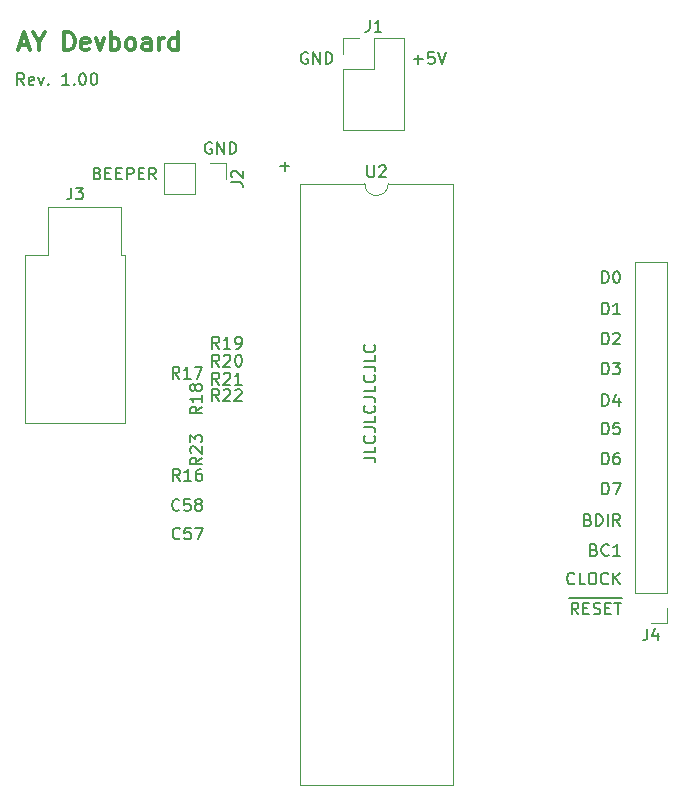
<source format=gbr>
%TF.GenerationSoftware,KiCad,Pcbnew,(5.1.6)-1*%
%TF.CreationDate,2020-09-22T21:50:49+03:00*%
%TF.ProjectId,AY devboard,41592064-6576-4626-9f61-72642e6b6963,rev?*%
%TF.SameCoordinates,Original*%
%TF.FileFunction,Legend,Top*%
%TF.FilePolarity,Positive*%
%FSLAX46Y46*%
G04 Gerber Fmt 4.6, Leading zero omitted, Abs format (unit mm)*
G04 Created by KiCad (PCBNEW (5.1.6)-1) date 2020-09-22 21:50:49*
%MOMM*%
%LPD*%
G01*
G04 APERTURE LIST*
%ADD10C,0.150000*%
%ADD11C,0.300000*%
%ADD12C,0.120000*%
G04 APERTURE END LIST*
D10*
X117397280Y-87397647D02*
X118111566Y-87397647D01*
X118254423Y-87445266D01*
X118349661Y-87540504D01*
X118397280Y-87683361D01*
X118397280Y-87778600D01*
X118397280Y-86445266D02*
X118397280Y-86921457D01*
X117397280Y-86921457D01*
X118302042Y-85540504D02*
X118349661Y-85588123D01*
X118397280Y-85730980D01*
X118397280Y-85826219D01*
X118349661Y-85969076D01*
X118254423Y-86064314D01*
X118159185Y-86111933D01*
X117968709Y-86159552D01*
X117825852Y-86159552D01*
X117635376Y-86111933D01*
X117540138Y-86064314D01*
X117444900Y-85969076D01*
X117397280Y-85826219D01*
X117397280Y-85730980D01*
X117444900Y-85588123D01*
X117492519Y-85540504D01*
X117397280Y-84826219D02*
X118111566Y-84826219D01*
X118254423Y-84873838D01*
X118349661Y-84969076D01*
X118397280Y-85111933D01*
X118397280Y-85207171D01*
X118397280Y-83873838D02*
X118397280Y-84350028D01*
X117397280Y-84350028D01*
X118302042Y-82969076D02*
X118349661Y-83016695D01*
X118397280Y-83159552D01*
X118397280Y-83254790D01*
X118349661Y-83397647D01*
X118254423Y-83492885D01*
X118159185Y-83540504D01*
X117968709Y-83588123D01*
X117825852Y-83588123D01*
X117635376Y-83540504D01*
X117540138Y-83492885D01*
X117444900Y-83397647D01*
X117397280Y-83254790D01*
X117397280Y-83159552D01*
X117444900Y-83016695D01*
X117492519Y-82969076D01*
X117397280Y-82254790D02*
X118111566Y-82254790D01*
X118254423Y-82302409D01*
X118349661Y-82397647D01*
X118397280Y-82540504D01*
X118397280Y-82635742D01*
X118397280Y-81302409D02*
X118397280Y-81778600D01*
X117397280Y-81778600D01*
X118302042Y-80397647D02*
X118349661Y-80445266D01*
X118397280Y-80588123D01*
X118397280Y-80683361D01*
X118349661Y-80826219D01*
X118254423Y-80921457D01*
X118159185Y-80969076D01*
X117968709Y-81016695D01*
X117825852Y-81016695D01*
X117635376Y-80969076D01*
X117540138Y-80921457D01*
X117444900Y-80826219D01*
X117397280Y-80683361D01*
X117397280Y-80588123D01*
X117444900Y-80445266D01*
X117492519Y-80397647D01*
X117397280Y-79683361D02*
X118111566Y-79683361D01*
X118254423Y-79730980D01*
X118349661Y-79826219D01*
X118397280Y-79969076D01*
X118397280Y-80064314D01*
X118397280Y-78730980D02*
X118397280Y-79207171D01*
X117397280Y-79207171D01*
X118302042Y-77826219D02*
X118349661Y-77873838D01*
X118397280Y-78016695D01*
X118397280Y-78111933D01*
X118349661Y-78254790D01*
X118254423Y-78350028D01*
X118159185Y-78397647D01*
X117968709Y-78445266D01*
X117825852Y-78445266D01*
X117635376Y-78397647D01*
X117540138Y-78350028D01*
X117444900Y-78254790D01*
X117397280Y-78111933D01*
X117397280Y-78016695D01*
X117444900Y-77873838D01*
X117492519Y-77826219D01*
X110350347Y-62733228D02*
X111112252Y-62733228D01*
X110731300Y-63114180D02*
X110731300Y-62352276D01*
X88654285Y-55824380D02*
X88320952Y-55348190D01*
X88082857Y-55824380D02*
X88082857Y-54824380D01*
X88463809Y-54824380D01*
X88559047Y-54872000D01*
X88606666Y-54919619D01*
X88654285Y-55014857D01*
X88654285Y-55157714D01*
X88606666Y-55252952D01*
X88559047Y-55300571D01*
X88463809Y-55348190D01*
X88082857Y-55348190D01*
X89463809Y-55776761D02*
X89368571Y-55824380D01*
X89178095Y-55824380D01*
X89082857Y-55776761D01*
X89035238Y-55681523D01*
X89035238Y-55300571D01*
X89082857Y-55205333D01*
X89178095Y-55157714D01*
X89368571Y-55157714D01*
X89463809Y-55205333D01*
X89511428Y-55300571D01*
X89511428Y-55395809D01*
X89035238Y-55491047D01*
X89844761Y-55157714D02*
X90082857Y-55824380D01*
X90320952Y-55157714D01*
X90701904Y-55729142D02*
X90749523Y-55776761D01*
X90701904Y-55824380D01*
X90654285Y-55776761D01*
X90701904Y-55729142D01*
X90701904Y-55824380D01*
X92463809Y-55824380D02*
X91892380Y-55824380D01*
X92178095Y-55824380D02*
X92178095Y-54824380D01*
X92082857Y-54967238D01*
X91987619Y-55062476D01*
X91892380Y-55110095D01*
X92892380Y-55729142D02*
X92940000Y-55776761D01*
X92892380Y-55824380D01*
X92844761Y-55776761D01*
X92892380Y-55729142D01*
X92892380Y-55824380D01*
X93559047Y-54824380D02*
X93654285Y-54824380D01*
X93749523Y-54872000D01*
X93797142Y-54919619D01*
X93844761Y-55014857D01*
X93892380Y-55205333D01*
X93892380Y-55443428D01*
X93844761Y-55633904D01*
X93797142Y-55729142D01*
X93749523Y-55776761D01*
X93654285Y-55824380D01*
X93559047Y-55824380D01*
X93463809Y-55776761D01*
X93416190Y-55729142D01*
X93368571Y-55633904D01*
X93320952Y-55443428D01*
X93320952Y-55205333D01*
X93368571Y-55014857D01*
X93416190Y-54919619D01*
X93463809Y-54872000D01*
X93559047Y-54824380D01*
X94511428Y-54824380D02*
X94606666Y-54824380D01*
X94701904Y-54872000D01*
X94749523Y-54919619D01*
X94797142Y-55014857D01*
X94844761Y-55205333D01*
X94844761Y-55443428D01*
X94797142Y-55633904D01*
X94749523Y-55729142D01*
X94701904Y-55776761D01*
X94606666Y-55824380D01*
X94511428Y-55824380D01*
X94416190Y-55776761D01*
X94368571Y-55729142D01*
X94320952Y-55633904D01*
X94273333Y-55443428D01*
X94273333Y-55205333D01*
X94320952Y-55014857D01*
X94368571Y-54919619D01*
X94416190Y-54872000D01*
X94511428Y-54824380D01*
D11*
X88281714Y-52447000D02*
X88996000Y-52447000D01*
X88138857Y-52875571D02*
X88638857Y-51375571D01*
X89138857Y-52875571D01*
X89924571Y-52161285D02*
X89924571Y-52875571D01*
X89424571Y-51375571D02*
X89924571Y-52161285D01*
X90424571Y-51375571D01*
X92067428Y-52875571D02*
X92067428Y-51375571D01*
X92424571Y-51375571D01*
X92638857Y-51447000D01*
X92781714Y-51589857D01*
X92853142Y-51732714D01*
X92924571Y-52018428D01*
X92924571Y-52232714D01*
X92853142Y-52518428D01*
X92781714Y-52661285D01*
X92638857Y-52804142D01*
X92424571Y-52875571D01*
X92067428Y-52875571D01*
X94138857Y-52804142D02*
X93996000Y-52875571D01*
X93710285Y-52875571D01*
X93567428Y-52804142D01*
X93496000Y-52661285D01*
X93496000Y-52089857D01*
X93567428Y-51947000D01*
X93710285Y-51875571D01*
X93996000Y-51875571D01*
X94138857Y-51947000D01*
X94210285Y-52089857D01*
X94210285Y-52232714D01*
X93496000Y-52375571D01*
X94710285Y-51875571D02*
X95067428Y-52875571D01*
X95424571Y-51875571D01*
X95996000Y-52875571D02*
X95996000Y-51375571D01*
X95996000Y-51947000D02*
X96138857Y-51875571D01*
X96424571Y-51875571D01*
X96567428Y-51947000D01*
X96638857Y-52018428D01*
X96710285Y-52161285D01*
X96710285Y-52589857D01*
X96638857Y-52732714D01*
X96567428Y-52804142D01*
X96424571Y-52875571D01*
X96138857Y-52875571D01*
X95996000Y-52804142D01*
X97567428Y-52875571D02*
X97424571Y-52804142D01*
X97353142Y-52732714D01*
X97281714Y-52589857D01*
X97281714Y-52161285D01*
X97353142Y-52018428D01*
X97424571Y-51947000D01*
X97567428Y-51875571D01*
X97781714Y-51875571D01*
X97924571Y-51947000D01*
X97996000Y-52018428D01*
X98067428Y-52161285D01*
X98067428Y-52589857D01*
X97996000Y-52732714D01*
X97924571Y-52804142D01*
X97781714Y-52875571D01*
X97567428Y-52875571D01*
X99353142Y-52875571D02*
X99353142Y-52089857D01*
X99281714Y-51947000D01*
X99138857Y-51875571D01*
X98853142Y-51875571D01*
X98710285Y-51947000D01*
X99353142Y-52804142D02*
X99210285Y-52875571D01*
X98853142Y-52875571D01*
X98710285Y-52804142D01*
X98638857Y-52661285D01*
X98638857Y-52518428D01*
X98710285Y-52375571D01*
X98853142Y-52304142D01*
X99210285Y-52304142D01*
X99353142Y-52232714D01*
X100067428Y-52875571D02*
X100067428Y-51875571D01*
X100067428Y-52161285D02*
X100138857Y-52018428D01*
X100210285Y-51947000D01*
X100353142Y-51875571D01*
X100496000Y-51875571D01*
X101638857Y-52875571D02*
X101638857Y-51375571D01*
X101638857Y-52804142D02*
X101496000Y-52875571D01*
X101210285Y-52875571D01*
X101067428Y-52804142D01*
X100996000Y-52732714D01*
X100924571Y-52589857D01*
X100924571Y-52161285D01*
X100996000Y-52018428D01*
X101067428Y-51947000D01*
X101210285Y-51875571D01*
X101496000Y-51875571D01*
X101638857Y-51947000D01*
D10*
X104521095Y-60714000D02*
X104425857Y-60666380D01*
X104283000Y-60666380D01*
X104140142Y-60714000D01*
X104044904Y-60809238D01*
X103997285Y-60904476D01*
X103949666Y-61094952D01*
X103949666Y-61237809D01*
X103997285Y-61428285D01*
X104044904Y-61523523D01*
X104140142Y-61618761D01*
X104283000Y-61666380D01*
X104378238Y-61666380D01*
X104521095Y-61618761D01*
X104568714Y-61571142D01*
X104568714Y-61237809D01*
X104378238Y-61237809D01*
X104997285Y-61666380D02*
X104997285Y-60666380D01*
X105568714Y-61666380D01*
X105568714Y-60666380D01*
X106044904Y-61666380D02*
X106044904Y-60666380D01*
X106283000Y-60666380D01*
X106425857Y-60714000D01*
X106521095Y-60809238D01*
X106568714Y-60904476D01*
X106616333Y-61094952D01*
X106616333Y-61237809D01*
X106568714Y-61428285D01*
X106521095Y-61523523D01*
X106425857Y-61618761D01*
X106283000Y-61666380D01*
X106044904Y-61666380D01*
X94869285Y-63301571D02*
X95012142Y-63349190D01*
X95059761Y-63396809D01*
X95107380Y-63492047D01*
X95107380Y-63634904D01*
X95059761Y-63730142D01*
X95012142Y-63777761D01*
X94916904Y-63825380D01*
X94535952Y-63825380D01*
X94535952Y-62825380D01*
X94869285Y-62825380D01*
X94964523Y-62873000D01*
X95012142Y-62920619D01*
X95059761Y-63015857D01*
X95059761Y-63111095D01*
X95012142Y-63206333D01*
X94964523Y-63253952D01*
X94869285Y-63301571D01*
X94535952Y-63301571D01*
X95535952Y-63301571D02*
X95869285Y-63301571D01*
X96012142Y-63825380D02*
X95535952Y-63825380D01*
X95535952Y-62825380D01*
X96012142Y-62825380D01*
X96440714Y-63301571D02*
X96774047Y-63301571D01*
X96916904Y-63825380D02*
X96440714Y-63825380D01*
X96440714Y-62825380D01*
X96916904Y-62825380D01*
X97345476Y-63825380D02*
X97345476Y-62825380D01*
X97726428Y-62825380D01*
X97821666Y-62873000D01*
X97869285Y-62920619D01*
X97916904Y-63015857D01*
X97916904Y-63158714D01*
X97869285Y-63253952D01*
X97821666Y-63301571D01*
X97726428Y-63349190D01*
X97345476Y-63349190D01*
X98345476Y-63301571D02*
X98678809Y-63301571D01*
X98821666Y-63825380D02*
X98345476Y-63825380D01*
X98345476Y-62825380D01*
X98821666Y-62825380D01*
X99821666Y-63825380D02*
X99488333Y-63349190D01*
X99250238Y-63825380D02*
X99250238Y-62825380D01*
X99631190Y-62825380D01*
X99726428Y-62873000D01*
X99774047Y-62920619D01*
X99821666Y-63015857D01*
X99821666Y-63158714D01*
X99774047Y-63253952D01*
X99726428Y-63301571D01*
X99631190Y-63349190D01*
X99250238Y-63349190D01*
X112649095Y-53094000D02*
X112553857Y-53046380D01*
X112411000Y-53046380D01*
X112268142Y-53094000D01*
X112172904Y-53189238D01*
X112125285Y-53284476D01*
X112077666Y-53474952D01*
X112077666Y-53617809D01*
X112125285Y-53808285D01*
X112172904Y-53903523D01*
X112268142Y-53998761D01*
X112411000Y-54046380D01*
X112506238Y-54046380D01*
X112649095Y-53998761D01*
X112696714Y-53951142D01*
X112696714Y-53617809D01*
X112506238Y-53617809D01*
X113125285Y-54046380D02*
X113125285Y-53046380D01*
X113696714Y-54046380D01*
X113696714Y-53046380D01*
X114172904Y-54046380D02*
X114172904Y-53046380D01*
X114411000Y-53046380D01*
X114553857Y-53094000D01*
X114649095Y-53189238D01*
X114696714Y-53284476D01*
X114744333Y-53474952D01*
X114744333Y-53617809D01*
X114696714Y-53808285D01*
X114649095Y-53903523D01*
X114553857Y-53998761D01*
X114411000Y-54046380D01*
X114172904Y-54046380D01*
X121650285Y-53665428D02*
X122412190Y-53665428D01*
X122031238Y-54046380D02*
X122031238Y-53284476D01*
X123364571Y-53046380D02*
X122888380Y-53046380D01*
X122840761Y-53522571D01*
X122888380Y-53474952D01*
X122983619Y-53427333D01*
X123221714Y-53427333D01*
X123316952Y-53474952D01*
X123364571Y-53522571D01*
X123412190Y-53617809D01*
X123412190Y-53855904D01*
X123364571Y-53951142D01*
X123316952Y-53998761D01*
X123221714Y-54046380D01*
X122983619Y-54046380D01*
X122888380Y-53998761D01*
X122840761Y-53951142D01*
X123697904Y-53046380D02*
X124031238Y-54046380D01*
X124364571Y-53046380D01*
X134771095Y-99288000D02*
X135771095Y-99288000D01*
X135580619Y-100655380D02*
X135247285Y-100179190D01*
X135009190Y-100655380D02*
X135009190Y-99655380D01*
X135390142Y-99655380D01*
X135485380Y-99703000D01*
X135533000Y-99750619D01*
X135580619Y-99845857D01*
X135580619Y-99988714D01*
X135533000Y-100083952D01*
X135485380Y-100131571D01*
X135390142Y-100179190D01*
X135009190Y-100179190D01*
X135771095Y-99288000D02*
X136675857Y-99288000D01*
X136009190Y-100131571D02*
X136342523Y-100131571D01*
X136485380Y-100655380D02*
X136009190Y-100655380D01*
X136009190Y-99655380D01*
X136485380Y-99655380D01*
X136675857Y-99288000D02*
X137628238Y-99288000D01*
X136866333Y-100607761D02*
X137009190Y-100655380D01*
X137247285Y-100655380D01*
X137342523Y-100607761D01*
X137390142Y-100560142D01*
X137437761Y-100464904D01*
X137437761Y-100369666D01*
X137390142Y-100274428D01*
X137342523Y-100226809D01*
X137247285Y-100179190D01*
X137056809Y-100131571D01*
X136961571Y-100083952D01*
X136913952Y-100036333D01*
X136866333Y-99941095D01*
X136866333Y-99845857D01*
X136913952Y-99750619D01*
X136961571Y-99703000D01*
X137056809Y-99655380D01*
X137294904Y-99655380D01*
X137437761Y-99703000D01*
X137628238Y-99288000D02*
X138533000Y-99288000D01*
X137866333Y-100131571D02*
X138199666Y-100131571D01*
X138342523Y-100655380D02*
X137866333Y-100655380D01*
X137866333Y-99655380D01*
X138342523Y-99655380D01*
X138533000Y-99288000D02*
X139294904Y-99288000D01*
X138628238Y-99655380D02*
X139199666Y-99655380D01*
X138913952Y-100655380D02*
X138913952Y-99655380D01*
X135247285Y-98020142D02*
X135199666Y-98067761D01*
X135056809Y-98115380D01*
X134961571Y-98115380D01*
X134818713Y-98067761D01*
X134723475Y-97972523D01*
X134675856Y-97877285D01*
X134628237Y-97686809D01*
X134628237Y-97543952D01*
X134675856Y-97353476D01*
X134723475Y-97258238D01*
X134818713Y-97163000D01*
X134961571Y-97115380D01*
X135056809Y-97115380D01*
X135199666Y-97163000D01*
X135247285Y-97210619D01*
X136152047Y-98115380D02*
X135675856Y-98115380D01*
X135675856Y-97115380D01*
X136675856Y-97115380D02*
X136866333Y-97115380D01*
X136961571Y-97163000D01*
X137056809Y-97258238D01*
X137104428Y-97448714D01*
X137104428Y-97782047D01*
X137056809Y-97972523D01*
X136961571Y-98067761D01*
X136866333Y-98115380D01*
X136675856Y-98115380D01*
X136580618Y-98067761D01*
X136485380Y-97972523D01*
X136437761Y-97782047D01*
X136437761Y-97448714D01*
X136485380Y-97258238D01*
X136580618Y-97163000D01*
X136675856Y-97115380D01*
X138104428Y-98020142D02*
X138056809Y-98067761D01*
X137913952Y-98115380D01*
X137818713Y-98115380D01*
X137675856Y-98067761D01*
X137580618Y-97972523D01*
X137532999Y-97877285D01*
X137485380Y-97686809D01*
X137485380Y-97543952D01*
X137532999Y-97353476D01*
X137580618Y-97258238D01*
X137675856Y-97163000D01*
X137818713Y-97115380D01*
X137913952Y-97115380D01*
X138056809Y-97163000D01*
X138104428Y-97210619D01*
X138532999Y-98115380D02*
X138532999Y-97115380D01*
X139104428Y-98115380D02*
X138675856Y-97543952D01*
X139104428Y-97115380D02*
X138532999Y-97686809D01*
X136913952Y-95178571D02*
X137056809Y-95226190D01*
X137104428Y-95273809D01*
X137152047Y-95369047D01*
X137152047Y-95511904D01*
X137104428Y-95607142D01*
X137056809Y-95654761D01*
X136961571Y-95702380D01*
X136580618Y-95702380D01*
X136580618Y-94702380D01*
X136913952Y-94702380D01*
X137009190Y-94750000D01*
X137056809Y-94797619D01*
X137104428Y-94892857D01*
X137104428Y-94988095D01*
X137056809Y-95083333D01*
X137009190Y-95130952D01*
X136913952Y-95178571D01*
X136580618Y-95178571D01*
X138152047Y-95607142D02*
X138104428Y-95654761D01*
X137961571Y-95702380D01*
X137866333Y-95702380D01*
X137723475Y-95654761D01*
X137628237Y-95559523D01*
X137580618Y-95464285D01*
X137532999Y-95273809D01*
X137532999Y-95130952D01*
X137580618Y-94940476D01*
X137628237Y-94845238D01*
X137723475Y-94750000D01*
X137866333Y-94702380D01*
X137961571Y-94702380D01*
X138104428Y-94750000D01*
X138152047Y-94797619D01*
X139104428Y-95702380D02*
X138532999Y-95702380D01*
X138818714Y-95702380D02*
X138818714Y-94702380D01*
X138723475Y-94845238D01*
X138628237Y-94940476D01*
X138532999Y-94988095D01*
X136390143Y-92638571D02*
X136533000Y-92686190D01*
X136580619Y-92733809D01*
X136628238Y-92829047D01*
X136628238Y-92971904D01*
X136580619Y-93067142D01*
X136533000Y-93114761D01*
X136437762Y-93162380D01*
X136056810Y-93162380D01*
X136056810Y-92162380D01*
X136390143Y-92162380D01*
X136485381Y-92210000D01*
X136533000Y-92257619D01*
X136580619Y-92352857D01*
X136580619Y-92448095D01*
X136533000Y-92543333D01*
X136485381Y-92590952D01*
X136390143Y-92638571D01*
X136056810Y-92638571D01*
X137056810Y-93162380D02*
X137056810Y-92162380D01*
X137294905Y-92162380D01*
X137437762Y-92210000D01*
X137533000Y-92305238D01*
X137580619Y-92400476D01*
X137628238Y-92590952D01*
X137628238Y-92733809D01*
X137580619Y-92924285D01*
X137533000Y-93019523D01*
X137437762Y-93114761D01*
X137294905Y-93162380D01*
X137056810Y-93162380D01*
X138056810Y-93162380D02*
X138056810Y-92162380D01*
X139104429Y-93162380D02*
X138771095Y-92686190D01*
X138533000Y-93162380D02*
X138533000Y-92162380D01*
X138913952Y-92162380D01*
X139009190Y-92210000D01*
X139056810Y-92257619D01*
X139104429Y-92352857D01*
X139104429Y-92495714D01*
X139056810Y-92590952D01*
X139009190Y-92638571D01*
X138913952Y-92686190D01*
X138533000Y-92686190D01*
X137580618Y-90495380D02*
X137580618Y-89495380D01*
X137818714Y-89495380D01*
X137961571Y-89543000D01*
X138056809Y-89638238D01*
X138104428Y-89733476D01*
X138152047Y-89923952D01*
X138152047Y-90066809D01*
X138104428Y-90257285D01*
X138056809Y-90352523D01*
X137961571Y-90447761D01*
X137818714Y-90495380D01*
X137580618Y-90495380D01*
X138485380Y-89495380D02*
X139152047Y-89495380D01*
X138723475Y-90495380D01*
X137580618Y-87955380D02*
X137580618Y-86955380D01*
X137818714Y-86955380D01*
X137961571Y-87003000D01*
X138056809Y-87098238D01*
X138104428Y-87193476D01*
X138152047Y-87383952D01*
X138152047Y-87526809D01*
X138104428Y-87717285D01*
X138056809Y-87812523D01*
X137961571Y-87907761D01*
X137818714Y-87955380D01*
X137580618Y-87955380D01*
X139009190Y-86955380D02*
X138818714Y-86955380D01*
X138723475Y-87003000D01*
X138675856Y-87050619D01*
X138580618Y-87193476D01*
X138532999Y-87383952D01*
X138532999Y-87764904D01*
X138580618Y-87860142D01*
X138628237Y-87907761D01*
X138723475Y-87955380D01*
X138913952Y-87955380D01*
X139009190Y-87907761D01*
X139056809Y-87860142D01*
X139104428Y-87764904D01*
X139104428Y-87526809D01*
X139056809Y-87431571D01*
X139009190Y-87383952D01*
X138913952Y-87336333D01*
X138723475Y-87336333D01*
X138628237Y-87383952D01*
X138580618Y-87431571D01*
X138532999Y-87526809D01*
X137580618Y-85415380D02*
X137580618Y-84415380D01*
X137818714Y-84415380D01*
X137961571Y-84463000D01*
X138056809Y-84558238D01*
X138104428Y-84653476D01*
X138152047Y-84843952D01*
X138152047Y-84986809D01*
X138104428Y-85177285D01*
X138056809Y-85272523D01*
X137961571Y-85367761D01*
X137818714Y-85415380D01*
X137580618Y-85415380D01*
X139056809Y-84415380D02*
X138580618Y-84415380D01*
X138532999Y-84891571D01*
X138580618Y-84843952D01*
X138675856Y-84796333D01*
X138913952Y-84796333D01*
X139009190Y-84843952D01*
X139056809Y-84891571D01*
X139104428Y-84986809D01*
X139104428Y-85224904D01*
X139056809Y-85320142D01*
X139009190Y-85367761D01*
X138913952Y-85415380D01*
X138675856Y-85415380D01*
X138580618Y-85367761D01*
X138532999Y-85320142D01*
X137580618Y-83002380D02*
X137580618Y-82002380D01*
X137818714Y-82002380D01*
X137961571Y-82050000D01*
X138056809Y-82145238D01*
X138104428Y-82240476D01*
X138152047Y-82430952D01*
X138152047Y-82573809D01*
X138104428Y-82764285D01*
X138056809Y-82859523D01*
X137961571Y-82954761D01*
X137818714Y-83002380D01*
X137580618Y-83002380D01*
X139009190Y-82335714D02*
X139009190Y-83002380D01*
X138771094Y-81954761D02*
X138532999Y-82669047D01*
X139152047Y-82669047D01*
X137580618Y-80335380D02*
X137580618Y-79335380D01*
X137818714Y-79335380D01*
X137961571Y-79383000D01*
X138056809Y-79478238D01*
X138104428Y-79573476D01*
X138152047Y-79763952D01*
X138152047Y-79906809D01*
X138104428Y-80097285D01*
X138056809Y-80192523D01*
X137961571Y-80287761D01*
X137818714Y-80335380D01*
X137580618Y-80335380D01*
X138485380Y-79335380D02*
X139104428Y-79335380D01*
X138771094Y-79716333D01*
X138913952Y-79716333D01*
X139009190Y-79763952D01*
X139056809Y-79811571D01*
X139104428Y-79906809D01*
X139104428Y-80144904D01*
X139056809Y-80240142D01*
X139009190Y-80287761D01*
X138913952Y-80335380D01*
X138628237Y-80335380D01*
X138532999Y-80287761D01*
X138485380Y-80240142D01*
X137580618Y-77795380D02*
X137580618Y-76795380D01*
X137818714Y-76795380D01*
X137961571Y-76843000D01*
X138056809Y-76938238D01*
X138104428Y-77033476D01*
X138152047Y-77223952D01*
X138152047Y-77366809D01*
X138104428Y-77557285D01*
X138056809Y-77652523D01*
X137961571Y-77747761D01*
X137818714Y-77795380D01*
X137580618Y-77795380D01*
X138532999Y-76890619D02*
X138580618Y-76843000D01*
X138675856Y-76795380D01*
X138913952Y-76795380D01*
X139009190Y-76843000D01*
X139056809Y-76890619D01*
X139104428Y-76985857D01*
X139104428Y-77081095D01*
X139056809Y-77223952D01*
X138485380Y-77795380D01*
X139104428Y-77795380D01*
X137580618Y-75255380D02*
X137580618Y-74255380D01*
X137818714Y-74255380D01*
X137961571Y-74303000D01*
X138056809Y-74398238D01*
X138104428Y-74493476D01*
X138152047Y-74683952D01*
X138152047Y-74826809D01*
X138104428Y-75017285D01*
X138056809Y-75112523D01*
X137961571Y-75207761D01*
X137818714Y-75255380D01*
X137580618Y-75255380D01*
X139104428Y-75255380D02*
X138532999Y-75255380D01*
X138818714Y-75255380D02*
X138818714Y-74255380D01*
X138723475Y-74398238D01*
X138628237Y-74493476D01*
X138532999Y-74541095D01*
X137580618Y-72588380D02*
X137580618Y-71588380D01*
X137818714Y-71588380D01*
X137961571Y-71636000D01*
X138056809Y-71731238D01*
X138104428Y-71826476D01*
X138152047Y-72016952D01*
X138152047Y-72159809D01*
X138104428Y-72350285D01*
X138056809Y-72445523D01*
X137961571Y-72540761D01*
X137818714Y-72588380D01*
X137580618Y-72588380D01*
X138771094Y-71588380D02*
X138866333Y-71588380D01*
X138961571Y-71636000D01*
X139009190Y-71683619D01*
X139056809Y-71778857D01*
X139104428Y-71969333D01*
X139104428Y-72207428D01*
X139056809Y-72397904D01*
X139009190Y-72493142D01*
X138961571Y-72540761D01*
X138866333Y-72588380D01*
X138771094Y-72588380D01*
X138675856Y-72540761D01*
X138628237Y-72493142D01*
X138580618Y-72397904D01*
X138532999Y-72207428D01*
X138532999Y-71969333D01*
X138580618Y-71778857D01*
X138628237Y-71683619D01*
X138675856Y-71636000D01*
X138771094Y-71588380D01*
D12*
%TO.C,U2*%
X117484000Y-64190000D02*
X112024000Y-64190000D01*
X112024000Y-64190000D02*
X112024000Y-115110000D01*
X112024000Y-115110000D02*
X124944000Y-115110000D01*
X124944000Y-115110000D02*
X124944000Y-64190000D01*
X124944000Y-64190000D02*
X119484000Y-64190000D01*
X119484000Y-64190000D02*
G75*
G02*
X117484000Y-64190000I-1000000J0D01*
G01*
%TO.C,J4*%
X143062000Y-70806000D02*
X140402000Y-70806000D01*
X143062000Y-98806000D02*
X143062000Y-70806000D01*
X140402000Y-98806000D02*
X140402000Y-70806000D01*
X143062000Y-98806000D02*
X140402000Y-98806000D01*
X143062000Y-100076000D02*
X143062000Y-101406000D01*
X143062000Y-101406000D02*
X141732000Y-101406000D01*
%TO.C,J3*%
X90649000Y-66194000D02*
X96889000Y-66194000D01*
X96889000Y-66194000D02*
X96889000Y-70194000D01*
X96889000Y-70194000D02*
X97189000Y-70194000D01*
X97189000Y-70194000D02*
X97189000Y-84434000D01*
X97189000Y-84434000D02*
X88749000Y-84434000D01*
X88749000Y-84434000D02*
X88749000Y-70194000D01*
X88749000Y-70194000D02*
X90649000Y-70194000D01*
X90649000Y-70194000D02*
X90649000Y-66194000D01*
%TO.C,J2*%
X100524000Y-62424000D02*
X100524000Y-65084000D01*
X103124000Y-62424000D02*
X100524000Y-62424000D01*
X103124000Y-65084000D02*
X100524000Y-65084000D01*
X103124000Y-62424000D02*
X103124000Y-65084000D01*
X104394000Y-62424000D02*
X105724000Y-62424000D01*
X105724000Y-62424000D02*
X105724000Y-63754000D01*
%TO.C,J1*%
X115637000Y-59623000D02*
X120837000Y-59623000D01*
X115637000Y-54483000D02*
X115637000Y-59623000D01*
X120837000Y-51883000D02*
X120837000Y-59623000D01*
X115637000Y-54483000D02*
X118237000Y-54483000D01*
X118237000Y-54483000D02*
X118237000Y-51883000D01*
X118237000Y-51883000D02*
X120837000Y-51883000D01*
X115637000Y-53213000D02*
X115637000Y-51883000D01*
X115637000Y-51883000D02*
X116967000Y-51883000D01*
%TO.C,U2*%
D10*
X117722095Y-62642380D02*
X117722095Y-63451904D01*
X117769714Y-63547142D01*
X117817333Y-63594761D01*
X117912571Y-63642380D01*
X118103047Y-63642380D01*
X118198285Y-63594761D01*
X118245904Y-63547142D01*
X118293523Y-63451904D01*
X118293523Y-62642380D01*
X118722095Y-62737619D02*
X118769714Y-62690000D01*
X118864952Y-62642380D01*
X119103047Y-62642380D01*
X119198285Y-62690000D01*
X119245904Y-62737619D01*
X119293523Y-62832857D01*
X119293523Y-62928095D01*
X119245904Y-63070952D01*
X118674476Y-63642380D01*
X119293523Y-63642380D01*
%TO.C,R23*%
X103703380Y-87383857D02*
X103227190Y-87717190D01*
X103703380Y-87955285D02*
X102703380Y-87955285D01*
X102703380Y-87574333D01*
X102751000Y-87479095D01*
X102798619Y-87431476D01*
X102893857Y-87383857D01*
X103036714Y-87383857D01*
X103131952Y-87431476D01*
X103179571Y-87479095D01*
X103227190Y-87574333D01*
X103227190Y-87955285D01*
X102798619Y-87002904D02*
X102751000Y-86955285D01*
X102703380Y-86860047D01*
X102703380Y-86621952D01*
X102751000Y-86526714D01*
X102798619Y-86479095D01*
X102893857Y-86431476D01*
X102989095Y-86431476D01*
X103131952Y-86479095D01*
X103703380Y-87050523D01*
X103703380Y-86431476D01*
X102703380Y-86098142D02*
X102703380Y-85479095D01*
X103084333Y-85812428D01*
X103084333Y-85669571D01*
X103131952Y-85574333D01*
X103179571Y-85526714D01*
X103274809Y-85479095D01*
X103512904Y-85479095D01*
X103608142Y-85526714D01*
X103655761Y-85574333D01*
X103703380Y-85669571D01*
X103703380Y-85955285D01*
X103655761Y-86050523D01*
X103608142Y-86098142D01*
%TO.C,R22*%
X105171142Y-82594380D02*
X104837809Y-82118190D01*
X104599714Y-82594380D02*
X104599714Y-81594380D01*
X104980666Y-81594380D01*
X105075904Y-81642000D01*
X105123523Y-81689619D01*
X105171142Y-81784857D01*
X105171142Y-81927714D01*
X105123523Y-82022952D01*
X105075904Y-82070571D01*
X104980666Y-82118190D01*
X104599714Y-82118190D01*
X105552095Y-81689619D02*
X105599714Y-81642000D01*
X105694952Y-81594380D01*
X105933047Y-81594380D01*
X106028285Y-81642000D01*
X106075904Y-81689619D01*
X106123523Y-81784857D01*
X106123523Y-81880095D01*
X106075904Y-82022952D01*
X105504476Y-82594380D01*
X106123523Y-82594380D01*
X106504476Y-81689619D02*
X106552095Y-81642000D01*
X106647333Y-81594380D01*
X106885428Y-81594380D01*
X106980666Y-81642000D01*
X107028285Y-81689619D01*
X107075904Y-81784857D01*
X107075904Y-81880095D01*
X107028285Y-82022952D01*
X106456857Y-82594380D01*
X107075904Y-82594380D01*
%TO.C,R21*%
X105171142Y-81197380D02*
X104837809Y-80721190D01*
X104599714Y-81197380D02*
X104599714Y-80197380D01*
X104980666Y-80197380D01*
X105075904Y-80245000D01*
X105123523Y-80292619D01*
X105171142Y-80387857D01*
X105171142Y-80530714D01*
X105123523Y-80625952D01*
X105075904Y-80673571D01*
X104980666Y-80721190D01*
X104599714Y-80721190D01*
X105552095Y-80292619D02*
X105599714Y-80245000D01*
X105694952Y-80197380D01*
X105933047Y-80197380D01*
X106028285Y-80245000D01*
X106075904Y-80292619D01*
X106123523Y-80387857D01*
X106123523Y-80483095D01*
X106075904Y-80625952D01*
X105504476Y-81197380D01*
X106123523Y-81197380D01*
X107075904Y-81197380D02*
X106504476Y-81197380D01*
X106790190Y-81197380D02*
X106790190Y-80197380D01*
X106694952Y-80340238D01*
X106599714Y-80435476D01*
X106504476Y-80483095D01*
%TO.C,R20*%
X105171142Y-79673380D02*
X104837809Y-79197190D01*
X104599714Y-79673380D02*
X104599714Y-78673380D01*
X104980666Y-78673380D01*
X105075904Y-78721000D01*
X105123523Y-78768619D01*
X105171142Y-78863857D01*
X105171142Y-79006714D01*
X105123523Y-79101952D01*
X105075904Y-79149571D01*
X104980666Y-79197190D01*
X104599714Y-79197190D01*
X105552095Y-78768619D02*
X105599714Y-78721000D01*
X105694952Y-78673380D01*
X105933047Y-78673380D01*
X106028285Y-78721000D01*
X106075904Y-78768619D01*
X106123523Y-78863857D01*
X106123523Y-78959095D01*
X106075904Y-79101952D01*
X105504476Y-79673380D01*
X106123523Y-79673380D01*
X106742571Y-78673380D02*
X106837809Y-78673380D01*
X106933047Y-78721000D01*
X106980666Y-78768619D01*
X107028285Y-78863857D01*
X107075904Y-79054333D01*
X107075904Y-79292428D01*
X107028285Y-79482904D01*
X106980666Y-79578142D01*
X106933047Y-79625761D01*
X106837809Y-79673380D01*
X106742571Y-79673380D01*
X106647333Y-79625761D01*
X106599714Y-79578142D01*
X106552095Y-79482904D01*
X106504476Y-79292428D01*
X106504476Y-79054333D01*
X106552095Y-78863857D01*
X106599714Y-78768619D01*
X106647333Y-78721000D01*
X106742571Y-78673380D01*
%TO.C,R19*%
X105171142Y-78149380D02*
X104837809Y-77673190D01*
X104599714Y-78149380D02*
X104599714Y-77149380D01*
X104980666Y-77149380D01*
X105075904Y-77197000D01*
X105123523Y-77244619D01*
X105171142Y-77339857D01*
X105171142Y-77482714D01*
X105123523Y-77577952D01*
X105075904Y-77625571D01*
X104980666Y-77673190D01*
X104599714Y-77673190D01*
X106123523Y-78149380D02*
X105552095Y-78149380D01*
X105837809Y-78149380D02*
X105837809Y-77149380D01*
X105742571Y-77292238D01*
X105647333Y-77387476D01*
X105552095Y-77435095D01*
X106599714Y-78149380D02*
X106790190Y-78149380D01*
X106885428Y-78101761D01*
X106933047Y-78054142D01*
X107028285Y-77911285D01*
X107075904Y-77720809D01*
X107075904Y-77339857D01*
X107028285Y-77244619D01*
X106980666Y-77197000D01*
X106885428Y-77149380D01*
X106694952Y-77149380D01*
X106599714Y-77197000D01*
X106552095Y-77244619D01*
X106504476Y-77339857D01*
X106504476Y-77577952D01*
X106552095Y-77673190D01*
X106599714Y-77720809D01*
X106694952Y-77768428D01*
X106885428Y-77768428D01*
X106980666Y-77720809D01*
X107028285Y-77673190D01*
X107075904Y-77577952D01*
%TO.C,R18*%
X103703380Y-83065857D02*
X103227190Y-83399190D01*
X103703380Y-83637285D02*
X102703380Y-83637285D01*
X102703380Y-83256333D01*
X102751000Y-83161095D01*
X102798619Y-83113476D01*
X102893857Y-83065857D01*
X103036714Y-83065857D01*
X103131952Y-83113476D01*
X103179571Y-83161095D01*
X103227190Y-83256333D01*
X103227190Y-83637285D01*
X103703380Y-82113476D02*
X103703380Y-82684904D01*
X103703380Y-82399190D02*
X102703380Y-82399190D01*
X102846238Y-82494428D01*
X102941476Y-82589666D01*
X102989095Y-82684904D01*
X103131952Y-81542047D02*
X103084333Y-81637285D01*
X103036714Y-81684904D01*
X102941476Y-81732523D01*
X102893857Y-81732523D01*
X102798619Y-81684904D01*
X102751000Y-81637285D01*
X102703380Y-81542047D01*
X102703380Y-81351571D01*
X102751000Y-81256333D01*
X102798619Y-81208714D01*
X102893857Y-81161095D01*
X102941476Y-81161095D01*
X103036714Y-81208714D01*
X103084333Y-81256333D01*
X103131952Y-81351571D01*
X103131952Y-81542047D01*
X103179571Y-81637285D01*
X103227190Y-81684904D01*
X103322428Y-81732523D01*
X103512904Y-81732523D01*
X103608142Y-81684904D01*
X103655761Y-81637285D01*
X103703380Y-81542047D01*
X103703380Y-81351571D01*
X103655761Y-81256333D01*
X103608142Y-81208714D01*
X103512904Y-81161095D01*
X103322428Y-81161095D01*
X103227190Y-81208714D01*
X103179571Y-81256333D01*
X103131952Y-81351571D01*
%TO.C,R17*%
X101799142Y-80689380D02*
X101465809Y-80213190D01*
X101227714Y-80689380D02*
X101227714Y-79689380D01*
X101608666Y-79689380D01*
X101703904Y-79737000D01*
X101751523Y-79784619D01*
X101799142Y-79879857D01*
X101799142Y-80022714D01*
X101751523Y-80117952D01*
X101703904Y-80165571D01*
X101608666Y-80213190D01*
X101227714Y-80213190D01*
X102751523Y-80689380D02*
X102180095Y-80689380D01*
X102465809Y-80689380D02*
X102465809Y-79689380D01*
X102370571Y-79832238D01*
X102275333Y-79927476D01*
X102180095Y-79975095D01*
X103084857Y-79689380D02*
X103751523Y-79689380D01*
X103322952Y-80689380D01*
%TO.C,R16*%
X101846142Y-89352380D02*
X101512809Y-88876190D01*
X101274714Y-89352380D02*
X101274714Y-88352380D01*
X101655666Y-88352380D01*
X101750904Y-88400000D01*
X101798523Y-88447619D01*
X101846142Y-88542857D01*
X101846142Y-88685714D01*
X101798523Y-88780952D01*
X101750904Y-88828571D01*
X101655666Y-88876190D01*
X101274714Y-88876190D01*
X102798523Y-89352380D02*
X102227095Y-89352380D01*
X102512809Y-89352380D02*
X102512809Y-88352380D01*
X102417571Y-88495238D01*
X102322333Y-88590476D01*
X102227095Y-88638095D01*
X103655666Y-88352380D02*
X103465190Y-88352380D01*
X103369952Y-88400000D01*
X103322333Y-88447619D01*
X103227095Y-88590476D01*
X103179476Y-88780952D01*
X103179476Y-89161904D01*
X103227095Y-89257142D01*
X103274714Y-89304761D01*
X103369952Y-89352380D01*
X103560428Y-89352380D01*
X103655666Y-89304761D01*
X103703285Y-89257142D01*
X103750904Y-89161904D01*
X103750904Y-88923809D01*
X103703285Y-88828571D01*
X103655666Y-88780952D01*
X103560428Y-88733333D01*
X103369952Y-88733333D01*
X103274714Y-88780952D01*
X103227095Y-88828571D01*
X103179476Y-88923809D01*
%TO.C,J4*%
X141398666Y-101858380D02*
X141398666Y-102572666D01*
X141351047Y-102715523D01*
X141255809Y-102810761D01*
X141112952Y-102858380D01*
X141017714Y-102858380D01*
X142303428Y-102191714D02*
X142303428Y-102858380D01*
X142065333Y-101810761D02*
X141827238Y-102525047D01*
X142446285Y-102525047D01*
%TO.C,J3*%
X92635666Y-64516380D02*
X92635666Y-65230666D01*
X92588047Y-65373523D01*
X92492809Y-65468761D01*
X92349952Y-65516380D01*
X92254714Y-65516380D01*
X93016619Y-64516380D02*
X93635666Y-64516380D01*
X93302333Y-64897333D01*
X93445190Y-64897333D01*
X93540428Y-64944952D01*
X93588047Y-64992571D01*
X93635666Y-65087809D01*
X93635666Y-65325904D01*
X93588047Y-65421142D01*
X93540428Y-65468761D01*
X93445190Y-65516380D01*
X93159476Y-65516380D01*
X93064238Y-65468761D01*
X93016619Y-65421142D01*
%TO.C,J2*%
X106176380Y-64087333D02*
X106890666Y-64087333D01*
X107033523Y-64134952D01*
X107128761Y-64230190D01*
X107176380Y-64373047D01*
X107176380Y-64468285D01*
X106271619Y-63658761D02*
X106224000Y-63611142D01*
X106176380Y-63515904D01*
X106176380Y-63277809D01*
X106224000Y-63182571D01*
X106271619Y-63134952D01*
X106366857Y-63087333D01*
X106462095Y-63087333D01*
X106604952Y-63134952D01*
X107176380Y-63706380D01*
X107176380Y-63087333D01*
%TO.C,J1*%
X117903666Y-50335380D02*
X117903666Y-51049666D01*
X117856047Y-51192523D01*
X117760809Y-51287761D01*
X117617952Y-51335380D01*
X117522714Y-51335380D01*
X118903666Y-51335380D02*
X118332238Y-51335380D01*
X118617952Y-51335380D02*
X118617952Y-50335380D01*
X118522714Y-50478238D01*
X118427476Y-50573476D01*
X118332238Y-50621095D01*
%TO.C,C58*%
X101799142Y-91797142D02*
X101751523Y-91844761D01*
X101608666Y-91892380D01*
X101513428Y-91892380D01*
X101370571Y-91844761D01*
X101275333Y-91749523D01*
X101227714Y-91654285D01*
X101180095Y-91463809D01*
X101180095Y-91320952D01*
X101227714Y-91130476D01*
X101275333Y-91035238D01*
X101370571Y-90940000D01*
X101513428Y-90892380D01*
X101608666Y-90892380D01*
X101751523Y-90940000D01*
X101799142Y-90987619D01*
X102703904Y-90892380D02*
X102227714Y-90892380D01*
X102180095Y-91368571D01*
X102227714Y-91320952D01*
X102322952Y-91273333D01*
X102561047Y-91273333D01*
X102656285Y-91320952D01*
X102703904Y-91368571D01*
X102751523Y-91463809D01*
X102751523Y-91701904D01*
X102703904Y-91797142D01*
X102656285Y-91844761D01*
X102561047Y-91892380D01*
X102322952Y-91892380D01*
X102227714Y-91844761D01*
X102180095Y-91797142D01*
X103322952Y-91320952D02*
X103227714Y-91273333D01*
X103180095Y-91225714D01*
X103132476Y-91130476D01*
X103132476Y-91082857D01*
X103180095Y-90987619D01*
X103227714Y-90940000D01*
X103322952Y-90892380D01*
X103513428Y-90892380D01*
X103608666Y-90940000D01*
X103656285Y-90987619D01*
X103703904Y-91082857D01*
X103703904Y-91130476D01*
X103656285Y-91225714D01*
X103608666Y-91273333D01*
X103513428Y-91320952D01*
X103322952Y-91320952D01*
X103227714Y-91368571D01*
X103180095Y-91416190D01*
X103132476Y-91511428D01*
X103132476Y-91701904D01*
X103180095Y-91797142D01*
X103227714Y-91844761D01*
X103322952Y-91892380D01*
X103513428Y-91892380D01*
X103608666Y-91844761D01*
X103656285Y-91797142D01*
X103703904Y-91701904D01*
X103703904Y-91511428D01*
X103656285Y-91416190D01*
X103608666Y-91368571D01*
X103513428Y-91320952D01*
%TO.C,C57*%
X101846142Y-94210142D02*
X101798523Y-94257761D01*
X101655666Y-94305380D01*
X101560428Y-94305380D01*
X101417571Y-94257761D01*
X101322333Y-94162523D01*
X101274714Y-94067285D01*
X101227095Y-93876809D01*
X101227095Y-93733952D01*
X101274714Y-93543476D01*
X101322333Y-93448238D01*
X101417571Y-93353000D01*
X101560428Y-93305380D01*
X101655666Y-93305380D01*
X101798523Y-93353000D01*
X101846142Y-93400619D01*
X102750904Y-93305380D02*
X102274714Y-93305380D01*
X102227095Y-93781571D01*
X102274714Y-93733952D01*
X102369952Y-93686333D01*
X102608047Y-93686333D01*
X102703285Y-93733952D01*
X102750904Y-93781571D01*
X102798523Y-93876809D01*
X102798523Y-94114904D01*
X102750904Y-94210142D01*
X102703285Y-94257761D01*
X102608047Y-94305380D01*
X102369952Y-94305380D01*
X102274714Y-94257761D01*
X102227095Y-94210142D01*
X103131857Y-93305380D02*
X103798523Y-93305380D01*
X103369952Y-94305380D01*
%TD*%
M02*

</source>
